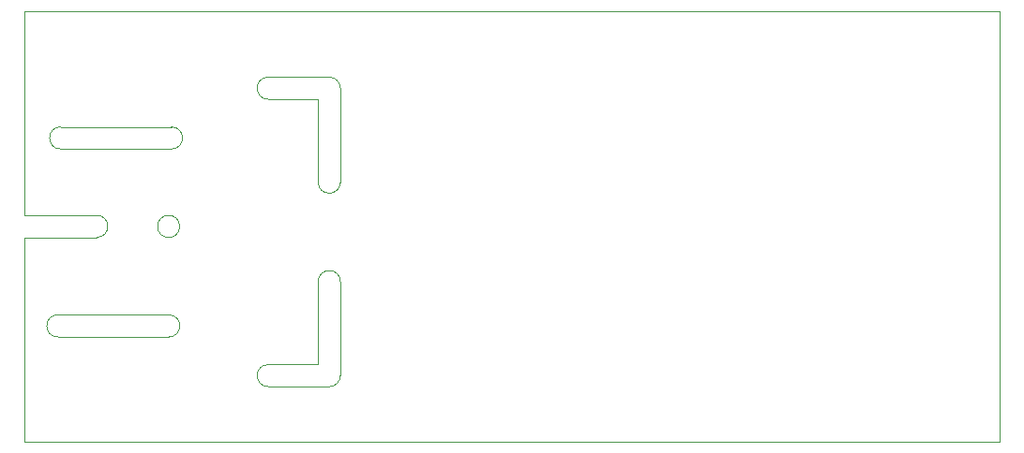
<source format=gm1>
G04 #@! TF.GenerationSoftware,KiCad,Pcbnew,9.0.3*
G04 #@! TF.CreationDate,2025-12-06T19:27:43+01:00*
G04 #@! TF.ProjectId,CheapDiffProbe,43686561-7044-4696-9666-50726f62652e,rev?*
G04 #@! TF.SameCoordinates,Original*
G04 #@! TF.FileFunction,Profile,NP*
%FSLAX46Y46*%
G04 Gerber Fmt 4.6, Leading zero omitted, Abs format (unit mm)*
G04 Created by KiCad (PCBNEW 9.0.3) date 2025-12-06 19:27:43*
%MOMM*%
%LPD*%
G01*
G04 APERTURE LIST*
G04 #@! TA.AperFunction,Profile*
%ADD10C,0.050000*%
G04 #@! TD*
G04 APERTURE END LIST*
D10*
X105500000Y-65500000D02*
G75*
G02*
X103500000Y-65500000I-1000000J0D01*
G01*
X90000000Y-77500000D02*
X80000000Y-77500000D01*
X90250000Y-60500000D02*
G75*
G02*
X90250000Y-62500000I0J-1000000D01*
G01*
X103500000Y-65500000D02*
X103500000Y-58000000D01*
X91000000Y-69500000D02*
G75*
G02*
X89000000Y-69500000I-1000000J0D01*
G01*
X89000000Y-69500000D02*
G75*
G02*
X91000000Y-69500000I1000000J0D01*
G01*
X80250000Y-62500000D02*
G75*
G02*
X80250000Y-60500000I0J1000000D01*
G01*
X77000000Y-70500000D02*
X83500000Y-70500000D01*
X90000000Y-77500000D02*
G75*
G02*
X90000000Y-79500000I0J-1000000D01*
G01*
X99000000Y-84000000D02*
G75*
G02*
X99000000Y-82000000I0J1000000D01*
G01*
X103500000Y-82000000D02*
X99000000Y-82000000D01*
X80000000Y-79500000D02*
G75*
G02*
X80000000Y-77500000I0J1000000D01*
G01*
X90250000Y-62500000D02*
X80250000Y-62500000D01*
X99000000Y-84000000D02*
X104500000Y-84000000D01*
X77000000Y-50000000D02*
X77000000Y-68500000D01*
X105500000Y-83000000D02*
G75*
G02*
X104500000Y-84000000I-1000000J0D01*
G01*
X77000000Y-50000000D02*
X165000000Y-50000000D01*
X99000000Y-58000000D02*
G75*
G02*
X99000000Y-56000000I0J1000000D01*
G01*
X77000000Y-70500000D02*
X77000000Y-89000000D01*
X103500000Y-74500000D02*
G75*
G02*
X105500000Y-74500000I1000000J0D01*
G01*
X103500000Y-58000000D02*
X99000000Y-58000000D01*
X103500000Y-74500000D02*
X103500000Y-82000000D01*
X104500000Y-56000000D02*
X99000000Y-56000000D01*
X105500000Y-65500000D02*
X105500000Y-57000000D01*
X83500000Y-68500000D02*
G75*
G02*
X83500000Y-70500000I0J-1000000D01*
G01*
X77000000Y-89000000D02*
X165000000Y-89000000D01*
X105500000Y-83000000D02*
X105500000Y-74500000D01*
X104500000Y-56000000D02*
G75*
G02*
X105500000Y-57000000I0J-1000000D01*
G01*
X80000000Y-79500000D02*
X90000000Y-79500000D01*
X165000000Y-89000000D02*
X165000000Y-50000000D01*
X83500000Y-68500000D02*
X77000000Y-68500000D01*
X90250000Y-60500000D02*
X80250000Y-60500000D01*
M02*

</source>
